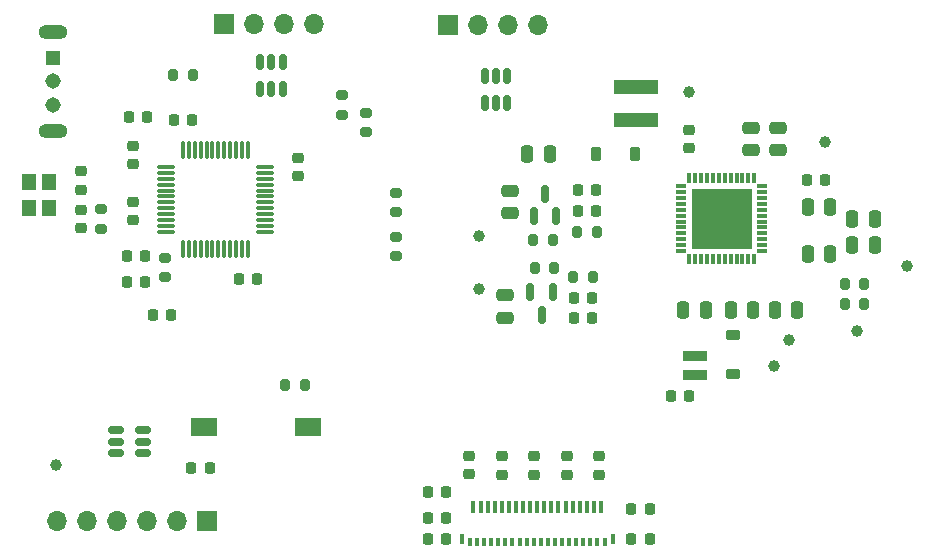
<source format=gbr>
%TF.GenerationSoftware,KiCad,Pcbnew,7.0.1*%
%TF.CreationDate,2023-04-19T22:54:30+02:00*%
%TF.ProjectId,ED060SC4_SPI_driver_board,45443036-3053-4433-945f-5350495f6472,rev?*%
%TF.SameCoordinates,Original*%
%TF.FileFunction,Soldermask,Top*%
%TF.FilePolarity,Negative*%
%FSLAX46Y46*%
G04 Gerber Fmt 4.6, Leading zero omitted, Abs format (unit mm)*
G04 Created by KiCad (PCBNEW 7.0.1) date 2023-04-19 22:54:30*
%MOMM*%
%LPD*%
G01*
G04 APERTURE LIST*
G04 Aperture macros list*
%AMRoundRect*
0 Rectangle with rounded corners*
0 $1 Rounding radius*
0 $2 $3 $4 $5 $6 $7 $8 $9 X,Y pos of 4 corners*
0 Add a 4 corners polygon primitive as box body*
4,1,4,$2,$3,$4,$5,$6,$7,$8,$9,$2,$3,0*
0 Add four circle primitives for the rounded corners*
1,1,$1+$1,$2,$3*
1,1,$1+$1,$4,$5*
1,1,$1+$1,$6,$7*
1,1,$1+$1,$8,$9*
0 Add four rect primitives between the rounded corners*
20,1,$1+$1,$2,$3,$4,$5,0*
20,1,$1+$1,$4,$5,$6,$7,0*
20,1,$1+$1,$6,$7,$8,$9,0*
20,1,$1+$1,$8,$9,$2,$3,0*%
G04 Aperture macros list end*
%ADD10C,1.000000*%
%ADD11RoundRect,0.007800X0.422200X0.122200X-0.422200X0.122200X-0.422200X-0.122200X0.422200X-0.122200X0*%
%ADD12RoundRect,0.007800X-0.122200X0.422200X-0.122200X-0.422200X0.122200X-0.422200X0.122200X0.422200X0*%
%ADD13R,5.150000X5.150000*%
%ADD14RoundRect,0.200000X0.200000X0.275000X-0.200000X0.275000X-0.200000X-0.275000X0.200000X-0.275000X0*%
%ADD15RoundRect,0.150000X0.150000X-0.587500X0.150000X0.587500X-0.150000X0.587500X-0.150000X-0.587500X0*%
%ADD16RoundRect,0.250000X-0.475000X0.250000X-0.475000X-0.250000X0.475000X-0.250000X0.475000X0.250000X0*%
%ADD17RoundRect,0.225000X0.225000X0.250000X-0.225000X0.250000X-0.225000X-0.250000X0.225000X-0.250000X0*%
%ADD18R,1.700000X1.700000*%
%ADD19O,1.700000X1.700000*%
%ADD20R,1.200000X1.400000*%
%ADD21RoundRect,0.150000X-0.150000X0.512500X-0.150000X-0.512500X0.150000X-0.512500X0.150000X0.512500X0*%
%ADD22RoundRect,0.150000X0.512500X0.150000X-0.512500X0.150000X-0.512500X-0.150000X0.512500X-0.150000X0*%
%ADD23RoundRect,0.075000X-0.662500X-0.075000X0.662500X-0.075000X0.662500X0.075000X-0.662500X0.075000X0*%
%ADD24RoundRect,0.075000X-0.075000X-0.662500X0.075000X-0.662500X0.075000X0.662500X-0.075000X0.662500X0*%
%ADD25R,2.200000X1.600000*%
%ADD26R,1.308000X1.308000*%
%ADD27C,1.308000*%
%ADD28O,2.460000X1.230000*%
%ADD29RoundRect,0.200000X-0.275000X0.200000X-0.275000X-0.200000X0.275000X-0.200000X0.275000X0.200000X0*%
%ADD30RoundRect,0.200000X-0.200000X-0.275000X0.200000X-0.275000X0.200000X0.275000X-0.200000X0.275000X0*%
%ADD31RoundRect,0.200000X0.275000X-0.200000X0.275000X0.200000X-0.275000X0.200000X-0.275000X-0.200000X0*%
%ADD32R,3.700000X1.200000*%
%ADD33R,2.000000X0.850000*%
%ADD34R,0.300000X0.800000*%
%ADD35R,0.300000X1.000000*%
%ADD36R,0.400000X0.950000*%
%ADD37RoundRect,0.150000X-0.150000X0.587500X-0.150000X-0.587500X0.150000X-0.587500X0.150000X0.587500X0*%
%ADD38RoundRect,0.225000X0.225000X0.375000X-0.225000X0.375000X-0.225000X-0.375000X0.225000X-0.375000X0*%
%ADD39RoundRect,0.225000X-0.375000X0.225000X-0.375000X-0.225000X0.375000X-0.225000X0.375000X0.225000X0*%
%ADD40RoundRect,0.218750X0.218750X0.256250X-0.218750X0.256250X-0.218750X-0.256250X0.218750X-0.256250X0*%
%ADD41RoundRect,0.225000X-0.250000X0.225000X-0.250000X-0.225000X0.250000X-0.225000X0.250000X0.225000X0*%
%ADD42RoundRect,0.225000X0.250000X-0.225000X0.250000X0.225000X-0.250000X0.225000X-0.250000X-0.225000X0*%
%ADD43RoundRect,0.225000X-0.225000X-0.250000X0.225000X-0.250000X0.225000X0.250000X-0.225000X0.250000X0*%
%ADD44RoundRect,0.250000X-0.250000X-0.475000X0.250000X-0.475000X0.250000X0.475000X-0.250000X0.475000X0*%
%ADD45RoundRect,0.250000X0.475000X-0.250000X0.475000X0.250000X-0.475000X0.250000X-0.475000X-0.250000X0*%
%ADD46RoundRect,0.250000X0.250000X0.475000X-0.250000X0.475000X-0.250000X-0.475000X0.250000X-0.475000X0*%
G04 APERTURE END LIST*
D10*
%TO.C,TP9*%
X122325000Y-79625000D03*
%TD*%
%TO.C,TP8*%
X108075000Y-59375000D03*
%TD*%
%TO.C,TP7*%
X119575000Y-63625000D03*
%TD*%
%TO.C,TP6*%
X90325000Y-71625000D03*
%TD*%
%TO.C,TP5*%
X90325000Y-76125000D03*
%TD*%
%TO.C,TP4*%
X126575000Y-74125000D03*
%TD*%
%TO.C,TP3*%
X116575000Y-80375000D03*
%TD*%
%TO.C,TP2*%
X115325000Y-82625000D03*
%TD*%
%TO.C,TP1*%
X54500000Y-91000000D03*
%TD*%
D11*
%TO.C,U1*%
X114310000Y-72875000D03*
X114310000Y-72375000D03*
X114310000Y-71875000D03*
X114310000Y-71375000D03*
X114310000Y-70875000D03*
X114310000Y-70375000D03*
X114310000Y-69875000D03*
X114310000Y-69375000D03*
X114310000Y-68875000D03*
X114310000Y-68375000D03*
X114310000Y-67875000D03*
X114310000Y-67375000D03*
D12*
X113625000Y-66690000D03*
X113125000Y-66690000D03*
X112625000Y-66690000D03*
X112125000Y-66690000D03*
X111625000Y-66690000D03*
X111125000Y-66690000D03*
X110625000Y-66690000D03*
X110125000Y-66690000D03*
X109625000Y-66690000D03*
X109125000Y-66690000D03*
X108625000Y-66690000D03*
X108125000Y-66690000D03*
D11*
X107440000Y-67375000D03*
X107440000Y-67875000D03*
X107440000Y-68375000D03*
X107440000Y-68875000D03*
X107440000Y-69375000D03*
X107440000Y-69875000D03*
X107440000Y-70375000D03*
X107440000Y-70875000D03*
X107440000Y-71375000D03*
X107440000Y-71875000D03*
X107440000Y-72375000D03*
X107440000Y-72875000D03*
D12*
X108125000Y-73560000D03*
X108625000Y-73560000D03*
X109125000Y-73560000D03*
X109625000Y-73560000D03*
X110125000Y-73560000D03*
X110625000Y-73560000D03*
X111125000Y-73560000D03*
X111625000Y-73560000D03*
X112125000Y-73560000D03*
X112625000Y-73560000D03*
X113125000Y-73560000D03*
X113625000Y-73560000D03*
D13*
X110875000Y-70125000D03*
%TD*%
D14*
%TO.C,R9*%
X100306252Y-71226248D03*
X98656252Y-71226248D03*
%TD*%
%TO.C,R8*%
X96556252Y-71976248D03*
X94906252Y-71976248D03*
%TD*%
D15*
%TO.C,D1*%
X94975000Y-69940000D03*
X96875000Y-69940000D03*
X95925000Y-68065000D03*
%TD*%
D16*
%TO.C,C19*%
X92981252Y-67776248D03*
X92981252Y-69676248D03*
%TD*%
D17*
%TO.C,C16*%
X100256252Y-69476248D03*
X98706252Y-69476248D03*
%TD*%
%TO.C,C15*%
X100256252Y-67726248D03*
X98706252Y-67726248D03*
%TD*%
D18*
%TO.C,J2*%
X67293200Y-95750000D03*
D19*
X64753200Y-95750000D03*
X62213200Y-95750000D03*
X59673200Y-95750000D03*
X57133200Y-95750000D03*
X54593200Y-95750000D03*
%TD*%
D20*
%TO.C,Y1*%
X52250000Y-67050000D03*
X52250000Y-69250000D03*
X53950000Y-69250000D03*
X53950000Y-67050000D03*
%TD*%
D21*
%TO.C,U5*%
X92710000Y-58087500D03*
X91760000Y-58087500D03*
X90810000Y-58087500D03*
X90810000Y-60362500D03*
X91760000Y-60362500D03*
X92710000Y-60362500D03*
%TD*%
%TO.C,U4*%
X73700000Y-56862500D03*
X72750000Y-56862500D03*
X71800000Y-56862500D03*
X71800000Y-59137500D03*
X72750000Y-59137500D03*
X73700000Y-59137500D03*
%TD*%
D22*
%TO.C,U3*%
X61890700Y-89950000D03*
X61890700Y-89000000D03*
X61890700Y-88050000D03*
X59615700Y-88050000D03*
X59615700Y-89000000D03*
X59615700Y-89950000D03*
%TD*%
D23*
%TO.C,U2*%
X63837500Y-65750000D03*
X63837500Y-66250000D03*
X63837500Y-66750000D03*
X63837500Y-67250000D03*
X63837500Y-67750000D03*
X63837500Y-68250000D03*
X63837500Y-68750000D03*
X63837500Y-69250000D03*
X63837500Y-69750000D03*
X63837500Y-70250000D03*
X63837500Y-70750000D03*
X63837500Y-71250000D03*
D24*
X65250000Y-72662500D03*
X65750000Y-72662500D03*
X66250000Y-72662500D03*
X66750000Y-72662500D03*
X67250000Y-72662500D03*
X67750000Y-72662500D03*
X68250000Y-72662500D03*
X68750000Y-72662500D03*
X69250000Y-72662500D03*
X69750000Y-72662500D03*
X70250000Y-72662500D03*
X70750000Y-72662500D03*
D23*
X72162500Y-71250000D03*
X72162500Y-70750000D03*
X72162500Y-70250000D03*
X72162500Y-69750000D03*
X72162500Y-69250000D03*
X72162500Y-68750000D03*
X72162500Y-68250000D03*
X72162500Y-67750000D03*
X72162500Y-67250000D03*
X72162500Y-66750000D03*
X72162500Y-66250000D03*
X72162500Y-65750000D03*
D24*
X70750000Y-64337500D03*
X70250000Y-64337500D03*
X69750000Y-64337500D03*
X69250000Y-64337500D03*
X68750000Y-64337500D03*
X68250000Y-64337500D03*
X67750000Y-64337500D03*
X67250000Y-64337500D03*
X66750000Y-64337500D03*
X66250000Y-64337500D03*
X65750000Y-64337500D03*
X65250000Y-64337500D03*
%TD*%
D14*
%TO.C,TH1*%
X122950000Y-75625000D03*
X121300000Y-75625000D03*
%TD*%
D25*
%TO.C,SW2*%
X67003200Y-87750000D03*
X75803200Y-87750000D03*
%TD*%
D26*
%TO.C,SW1*%
X54250000Y-56500000D03*
D27*
X54250000Y-58500000D03*
X54250000Y-60500000D03*
D28*
X54250000Y-54300000D03*
X54250000Y-62700000D03*
%TD*%
D29*
%TO.C,R14*%
X78750000Y-59675000D03*
X78750000Y-61325000D03*
%TD*%
%TO.C,R12*%
X80750000Y-61175000D03*
X80750000Y-62825000D03*
%TD*%
D30*
%TO.C,R10*%
X64425000Y-58000000D03*
X66075000Y-58000000D03*
%TD*%
D31*
%TO.C,R7*%
X83250000Y-73325000D03*
X83250000Y-71675000D03*
%TD*%
D29*
%TO.C,R6*%
X83250000Y-67925000D03*
X83250000Y-69575000D03*
%TD*%
D31*
%TO.C,R5*%
X58350000Y-69325000D03*
X58350000Y-70975000D03*
%TD*%
D14*
%TO.C,R4*%
X122950000Y-77375000D03*
X121300000Y-77375000D03*
%TD*%
%TO.C,R3*%
X75575000Y-84250000D03*
X73925000Y-84250000D03*
%TD*%
%TO.C,R2*%
X99950000Y-75062500D03*
X98300000Y-75062500D03*
%TD*%
%TO.C,R1*%
X95050000Y-74312500D03*
X96700000Y-74312500D03*
%TD*%
D32*
%TO.C,L2*%
X103625000Y-58975000D03*
X103625000Y-61775000D03*
%TD*%
D33*
%TO.C,L1*%
X108575000Y-83375000D03*
X108575000Y-81725000D03*
%TD*%
D18*
%TO.C,J4*%
X68700000Y-53612500D03*
D19*
X71240000Y-53612500D03*
X73780000Y-53612500D03*
X76320000Y-53612500D03*
%TD*%
%TO.C,J3*%
X95330000Y-53725000D03*
X92790000Y-53725000D03*
X90250000Y-53725000D03*
D18*
X87710000Y-53725000D03*
%TD*%
D34*
%TO.C,J1*%
X89550000Y-97500000D03*
D35*
X89850000Y-94500000D03*
D34*
X90150000Y-97500000D03*
D35*
X90450000Y-94500000D03*
D34*
X90750000Y-97500000D03*
D35*
X91050000Y-94500000D03*
D34*
X91350000Y-97500000D03*
D35*
X91650000Y-94500000D03*
D34*
X91950000Y-97500000D03*
D35*
X92250000Y-94500000D03*
D34*
X92550000Y-97500000D03*
D35*
X92850000Y-94500000D03*
D34*
X93150000Y-97500000D03*
D35*
X93450000Y-94500000D03*
D34*
X93750000Y-97500000D03*
D35*
X94050000Y-94500000D03*
D34*
X94350000Y-97500000D03*
D35*
X94650000Y-94500000D03*
D34*
X94950000Y-97500000D03*
D35*
X95250000Y-94500000D03*
D34*
X95550000Y-97500000D03*
D35*
X95850000Y-94500000D03*
D34*
X96150000Y-97500000D03*
D35*
X96450000Y-94500000D03*
D34*
X96750000Y-97500000D03*
D35*
X97050000Y-94500000D03*
D34*
X97350000Y-97500000D03*
D35*
X97650000Y-94500000D03*
D34*
X97950000Y-97500000D03*
D35*
X98250000Y-94500000D03*
D34*
X98550000Y-97500000D03*
D35*
X98850000Y-94500000D03*
D34*
X99150000Y-97500000D03*
D35*
X99450000Y-94500000D03*
D34*
X99750000Y-97500000D03*
D35*
X100050000Y-94500000D03*
D34*
X100350000Y-97500000D03*
D35*
X100650000Y-94500000D03*
D34*
X100950000Y-97500000D03*
D36*
X88850000Y-97225000D03*
X101650000Y-97225000D03*
%TD*%
D29*
%TO.C,FB1*%
X63750000Y-73425000D03*
X63750000Y-75075000D03*
%TD*%
D37*
%TO.C,D8*%
X96575000Y-76375000D03*
X94675000Y-76375000D03*
X95625000Y-78250000D03*
%TD*%
D38*
%TO.C,D4*%
X103525000Y-64625000D03*
X100225000Y-64625000D03*
%TD*%
D39*
%TO.C,D3*%
X111825000Y-79975000D03*
X111825000Y-83275000D03*
%TD*%
D40*
%TO.C,D2*%
X67537500Y-91250000D03*
X65962500Y-91250000D03*
%TD*%
D41*
%TO.C,C41*%
X97750000Y-90250000D03*
X97750000Y-91800000D03*
%TD*%
D17*
%TO.C,C39*%
X87525000Y-97250000D03*
X85975000Y-97250000D03*
%TD*%
D42*
%TO.C,C38*%
X89500000Y-91750000D03*
X89500000Y-90200000D03*
%TD*%
D43*
%TO.C,C37*%
X85975000Y-95500000D03*
X87525000Y-95500000D03*
%TD*%
D17*
%TO.C,C36*%
X87525000Y-93250000D03*
X85975000Y-93250000D03*
%TD*%
D43*
%TO.C,C35*%
X103225000Y-94750000D03*
X104775000Y-94750000D03*
%TD*%
D42*
%TO.C,C34*%
X100500000Y-91800000D03*
X100500000Y-90250000D03*
%TD*%
%TO.C,C33*%
X92250000Y-91800000D03*
X92250000Y-90250000D03*
%TD*%
D43*
%TO.C,C32*%
X103225000Y-97250000D03*
X104775000Y-97250000D03*
%TD*%
D42*
%TO.C,C31*%
X95000000Y-91800000D03*
X95000000Y-90250000D03*
%TD*%
D41*
%TO.C,C30*%
X56600000Y-70925000D03*
X56600000Y-69375000D03*
%TD*%
%TO.C,C29*%
X56600000Y-66125000D03*
X56600000Y-67675000D03*
%TD*%
D43*
%TO.C,C28*%
X62725000Y-78250000D03*
X64275000Y-78250000D03*
%TD*%
D17*
%TO.C,C27*%
X62025000Y-75500000D03*
X60475000Y-75500000D03*
%TD*%
%TO.C,C26*%
X62025000Y-73250000D03*
X60475000Y-73250000D03*
%TD*%
D42*
%TO.C,C25*%
X61000000Y-70275000D03*
X61000000Y-68725000D03*
%TD*%
D17*
%TO.C,C24*%
X60700000Y-61500000D03*
X62250000Y-61500000D03*
%TD*%
D41*
%TO.C,C23*%
X75000000Y-64975000D03*
X75000000Y-66525000D03*
%TD*%
D43*
%TO.C,C22*%
X64475000Y-61750000D03*
X66025000Y-61750000D03*
%TD*%
D17*
%TO.C,C21*%
X71525000Y-75250000D03*
X69975000Y-75250000D03*
%TD*%
D42*
%TO.C,C20*%
X61000000Y-65525000D03*
X61000000Y-63975000D03*
%TD*%
D44*
%TO.C,C18*%
X94425000Y-64625000D03*
X96325000Y-64625000D03*
%TD*%
D41*
%TO.C,C17*%
X108125000Y-62600000D03*
X108125000Y-64150000D03*
%TD*%
D45*
%TO.C,C14*%
X113375000Y-64325000D03*
X113375000Y-62425000D03*
%TD*%
D44*
%TO.C,C13*%
X118175000Y-73125000D03*
X120075000Y-73125000D03*
%TD*%
%TO.C,C12*%
X118175000Y-69125000D03*
X120075000Y-69125000D03*
%TD*%
%TO.C,C11*%
X121925000Y-72375000D03*
X123825000Y-72375000D03*
%TD*%
%TO.C,C10*%
X121925000Y-70125000D03*
X123825000Y-70125000D03*
%TD*%
D17*
%TO.C,C9*%
X99900000Y-76812500D03*
X98350000Y-76812500D03*
%TD*%
D46*
%TO.C,C8*%
X113525000Y-77875000D03*
X111625000Y-77875000D03*
%TD*%
D43*
%TO.C,C7*%
X98350000Y-78562500D03*
X99900000Y-78562500D03*
%TD*%
D44*
%TO.C,C6*%
X107625000Y-77875000D03*
X109525000Y-77875000D03*
%TD*%
D43*
%TO.C,C5*%
X106575000Y-85125000D03*
X108125000Y-85125000D03*
%TD*%
D44*
%TO.C,C4*%
X117275000Y-77875000D03*
X115375000Y-77875000D03*
%TD*%
D45*
%TO.C,C3*%
X115625000Y-64325000D03*
X115625000Y-62425000D03*
%TD*%
D43*
%TO.C,C2*%
X118100000Y-66875000D03*
X119650000Y-66875000D03*
%TD*%
D45*
%TO.C,C1*%
X92550000Y-78512500D03*
X92550000Y-76612500D03*
%TD*%
M02*

</source>
